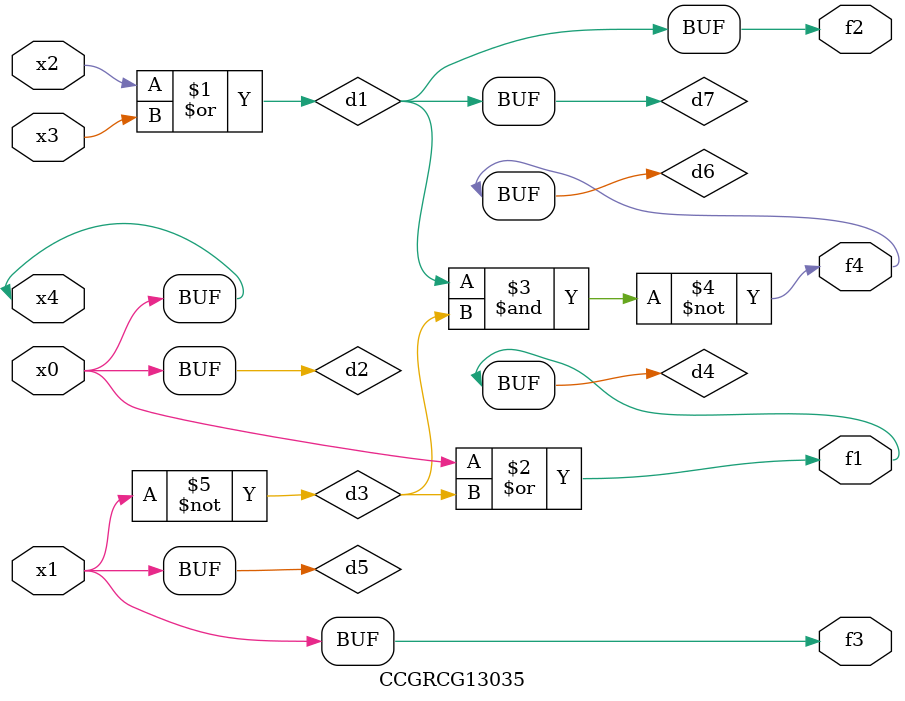
<source format=v>
module CCGRCG13035(
	input x0, x1, x2, x3, x4,
	output f1, f2, f3, f4
);

	wire d1, d2, d3, d4, d5, d6, d7;

	or (d1, x2, x3);
	buf (d2, x0, x4);
	not (d3, x1);
	or (d4, d2, d3);
	not (d5, d3);
	nand (d6, d1, d3);
	or (d7, d1);
	assign f1 = d4;
	assign f2 = d7;
	assign f3 = d5;
	assign f4 = d6;
endmodule

</source>
